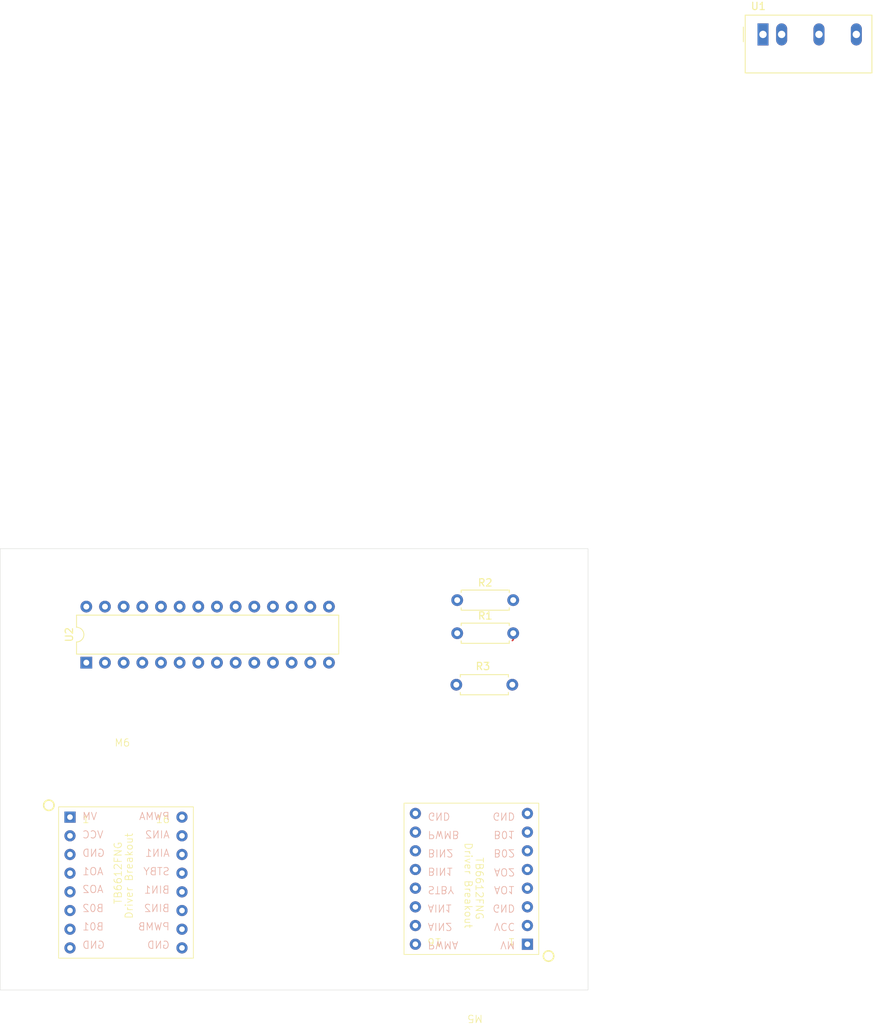
<source format=kicad_pcb>
(kicad_pcb (version 20240108) (generator "pcbnew") (generator_version "8.0")
  (layers (0 "F.Cu" signal) (31 "B.Cu" signal) (34 "B.Paste" user) (35 "F.Paste" user) (36 "B.SilkS" user "B.Silkscreen") (37 "F.SilkS" user "F.Silkscreen") (38 "B.Mask" user) (39 "F.Mask" user) (44 "Edge.Cuts" user))
  (net 0 "")
  (net 1 "Net-(M2--)")
  (net 2 "VCC2")
  (net 3 "Net-(M5-BIN1)")
  (net 4 "Net-(U2-~{RESET})")
  (net 5 "GND")
  (net 6 "VM")
  (net 7 "VCC1")
  (net 13 "Net-(M1-+)")
  (net 15 "Net-(M5-BIN2)")
  (net 16 "Net-(M5-~{STBY})")
  (net 19 "Net-(M5-AIN2)")
  (net 21 "Net-(M1--)")
  (net 23 "Net-(M2-+)")
  (net 25 "Net-(M5-AIN1)")
  (net 30 "Net-(M6-BIN1)")
  (net 31 "Net-(M4-+)")
  (net 32 "Net-(M3--)")
  (net 34 "Net-(M6-AIN1)")
  (net 35 "Net-(M6-~{STBY})")
  (net 37 "Net-(M6-BIN2)")
  (net 38 "Net-(M4--)")
  (net 39 "Net-(M6-AIN2)")
  (net 40 "Net-(M3-+)")
  (footprint "Resistor_THT:R_Axial_DIN0207_L6.3mm_D2.5mm_P7.62mm_Horizontal" (layer "F.Cu") (at 113.69 107.5)
    (property "Reference" "R2" (at 3.81 -2.37 0) (layer "F.SilkS"))
    (property "Value" "10K" (hide yes))
    (fp_line (start 0.54 -1.37) (end 7.08 -1.37) (stroke (width 0.12)) (layer "F.SilkS"))
    (fp_line (start 0.54 -1.04) (end 0.54 -1.37) (stroke (width 0.12)) (layer "F.SilkS"))
    (fp_line (start 0.54 1.04) (end 0.54 1.37) (stroke (width 0.12)) (layer "F.SilkS"))
    (fp_line (start 0.54 1.37) (end 7.08 1.37) (stroke (width 0.12)) (layer "F.SilkS"))
    (fp_line (start 7.08 -1.37) (end 7.08 -1.04) (stroke (width 0.12)) (layer "F.SilkS"))
    (fp_line (start 7.08 1.37) (end 7.08 1.04) (stroke (width 0.12)) (layer "F.SilkS"))
    (pad "1" thru_hole circle (at 0 0) (size 1.6 1.6) (drill 0.8) (layers "*.Cu" "*.Mask") (net 35 "Net-(M6-~{STBY})"))
    (pad "2" thru_hole oval (at 7.62 0) (size 1.6 1.6) (drill 0.8) (layers "*.Cu" "*.Mask") (net 2 "VCC2"))
  )
  (footprint "Converter_DCDC:Converter_DCDC_TRACO_TMR-1-xxxx_Single_THT" (layer "F.Cu") (at 155.3 30.59)
    (property "Reference" "U1" (at -0.63 -3.83 0) (layer "F.SilkS"))
    (property "Value" "TMR_1-2415")
    (fp_line (start -2.67 -1) (end -2.67 1) (stroke (width 0.12)) (layer "F.SilkS"))
    (fp_line (start -2.42 -2.62) (end 14.82 -2.62) (stroke (width 0.12)) (layer "F.SilkS"))
    (fp_line (start -2.42 5.24) (end -2.42 -2.62) (stroke (width 0.12)) (layer "F.SilkS"))
    (fp_line (start 14.82 -2.62) (end 14.82 5.24) (stroke (width 0.12)) (layer "F.SilkS"))
    (fp_line (start 14.82 5.24) (end -2.42 5.24) (stroke (width 0.12)) (layer "F.SilkS"))
    (pad "1" thru_hole rect (at 0 0) (size 1.5 3) (drill 1) (layers "*.Cu" "*.Mask") (net 5 "GND"))
    (pad "2" thru_hole oval (at 2.54 0) (size 1.5 3) (drill 1) (layers "*.Cu" "*.Mask") (net 6 "VM"))
    (pad "4" thru_hole oval (at 7.62 0) (size 1.5 3) (drill 1) (layers "*.Cu" "*.Mask") (net 7 "VCC1"))
    (pad "6" thru_hole oval (at 12.7 0) (size 1.5 3) (drill 1) (layers "*.Cu" "*.Mask") (net 5 "GND"))
  )
  (footprint "Custom_Library:TB6612FNG_Breakout" (layer "F.Cu") (at 116.12 146.89 180)
    (property "Reference" "M5" (at 0 -17.5 180) (layer "F.SilkS") (effects (font (thickness 0.1))))
    (property "Value" "~")
    (fp_rect (start -8.6694 -8.787) (end 9.6694 11.787) (stroke (width 0.1)) (fill none) (layer "F.SilkS"))
    (fp_circle (center -10 -9) (end -10.5 -8.5) (stroke (width 0.2032)) (fill none) (layer "F.SilkS"))
    (fp_text user "BIN2" (at 6.5 5 180) (layer "B.SilkS") (effects (font (thickness 0.1)) (justify left mirror)))
    (fp_text user "AO1" (at -5.5 0 180) (layer "B.SilkS") (effects (font (thickness 0.1)) (justify right mirror)))
    (fp_text user "GND" (at 6.5 10 180) (layer "B.SilkS") (effects (font (thickness 0.1)) (justify left mirror)))
    (fp_text user "B01" (at -5.5 7.5 180) (layer "B.SilkS") (effects (font (thickness 0.1)) (justify right mirror)))
    (fp_text user "GND" (at -5.5 10 180) (layer "B.SilkS") (effects (font (thickness 0.1)) (justify right mirror)))
    (fp_text user "VCC" (at -5.5 -5 180) (layer "B.SilkS") (effects (font (thickness 0.1)) (justify right mirror)))
    (fp_text user "AIN1" (at 6.5 -2.5 180) (layer "B.SilkS") (effects (font (thickness 0.1)) (justify left mirror)))
    (fp_text user "BIN1" (at 6.5 2.5 180) (layer "B.SilkS") (effects (font (thickness 0.1)) (justify left mirror)))
    (fp_text user "AIN2" (at 6.5 -5 180) (layer "B.SilkS") (effects (font (thickness 0.1)) (justify left mirror)))
    (fp_text user "AO2" (at -5.5 3 180) (layer "B.SilkS") (effects (font (thickness 0.1)) (justify right bottom mirror)))
    (fp_text user "VM" (at -5.5 -7.5 180) (layer "B.SilkS") (effects (font (thickness 0.1)) (justify right mirror)))
    (fp_text user "STBY" (at 6.5 0 180) (layer "B.SilkS") (effects (font (thickness 0.1)) (justify left mirror)))
    (fp_text user "PWMB" (at 6.5 7.5 180) (layer "B.SilkS") (effects (font (thickness 0.1)) (justify left mirror)))
    (fp_text user "GND" (at -5.5 -2.5 180) (layer "B.SilkS") (effects (font (thickness 0.1)) (justify right mirror)))
    (fp_text user "B02" (at -5.5 5 180) (layer "B.SilkS") (effects (font (thickness 0.1)) (justify right mirror)))
    (fp_text user "PWMA" (at 6.5 -7.5 180) (layer "B.SilkS") (effects (font (thickness 0.1)) (justify left mirror)))
    (fp_text user "Driver Breakout" (at 1.5 6.5 -90) (layer "F.SilkS") (effects (font (thickness 0.1)) (justify left bottom)))
    (fp_text user "1" (at -5.5 -6.5 180) (layer "F.SilkS") (effects (font (thickness 0.1)) (justify left bottom)))
    (fp_text user "16" (at 4.5 -6.5 180) (layer "F.SilkS") (effects (font (thickness 0.1)) (justify left bottom)))
    (fp_text user "TB6612FNG" (at 0 4.5 -90) (layer "F.SilkS") (effects (font (thickness 0.1)) (justify left bottom)))
    (pad "1" thru_hole rect (at -7.12 -7.39 90) (size 1.524 1.524) (drill 0.762) (layers "*.Cu" "*.Mask") (net 6 "VM"))
    (pad "2" thru_hole circle (at -7.12 -4.85 90) (size 1.524 1.524) (drill 0.762) (layers "*.Cu" "*.Mask") (net 2 "VCC2"))
    (pad "3" thru_hole circle (at -7.12 -2.31 90) (size 1.524 1.524) (drill 0.762) (layers "*.Cu" "*.Mask") (net 5 "GND"))
    (pad "4" thru_hole circle (at -7.12 0.23 90) (size 1.524 1.524) (drill 0.762) (layers "*.Cu" "*.Mask") (net 13 "Net-(M1-+)"))
    (pad "5" thru_hole circle (at -7.12 2.77 90) (size 1.524 1.524) (drill 0.762) (layers "*.Cu" "*.Mask") (net 21 "Net-(M1--)"))
    (pad "6" thru_hole circle (at -7.12 5.31 90) (size 1.524 1.524) (drill 0.762) (layers "*.Cu" "*.Mask") (net 23 "Net-(M2-+)"))
    (pad "7" thru_hole circle (at -7.12 7.85 90) (size 1.524 1.524) (drill 0.762) (layers "*.Cu" "*.Mask") (net 1 "Net-(M2--)"))
    (pad "8" thru_hole circle (at -7.12 10.39 90) (size 1.524 1.524) (drill 0.762) (layers "*.Cu" "*.Mask") (net 5 "GND"))
    (pad "9" thru_hole circle (at 8.12 10.39 90) (size 1.524 1.524) (drill 0.762) (layers "*.Cu" "*.Mask"))
    (pad "10" thru_hole circle (at 8.12 7.85 90) (size 1.524 1.524) (drill 0.762) (layers "*.Cu" "*.Mask"))
    (pad "11" thru_hole circle (at 8.12 5.31 90) (size 1.524 1.524) (drill 0.762) (layers "*.Cu" "*.Mask") (net 15 "Net-(M5-BIN2)"))
    (pad "12" thru_hole circle (at 8.12 2.77 90) (size 1.524 1.524) (drill 0.762) (layers "*.Cu" "*.Mask") (net 3 "Net-(M5-BIN1)"))
    (pad "13" thru_hole circle (at 8.12 0.23 90) (size 1.524 1.524) (drill 0.762) (layers "*.Cu" "*.Mask") (net 16 "Net-(M5-~{STBY})"))
    (pad "14" thru_hole circle (at 8.12 -2.31 90) (size 1.524 1.524) (drill 0.762) (layers "*.Cu" "*.Mask") (net 25 "Net-(M5-AIN1)"))
    (pad "15" thru_hole circle (at 8.12 -4.85 90) (size 1.524 1.524) (drill 0.762) (layers "*.Cu" "*.Mask") (net 19 "Net-(M5-AIN2)"))
    (pad "16" thru_hole circle (at 8.12 -7.39 90) (size 1.524 1.524) (drill 0.762) (layers "*.Cu" "*.Mask"))
  )
  (footprint "Package_DIP:DIP-28_W7.62mm" (layer "F.Cu") (at 63.22 116 90)
    (property "Reference" "U2" (at 3.81 -2.33 90) (layer "F.SilkS"))
    (property "Value" "MCP23017_SP")
    (fp_line (start 6.46 -1.33) (end 4.81 -1.33) (stroke (width 0.12)) (layer "F.SilkS"))
    (fp_line (start 2.81 -1.33) (end 1.16 -1.33) (stroke (width 0.12)) (layer "F.SilkS"))
    (fp_line (start 1.16 -1.33) (end 1.16 34.35) (stroke (width 0.12)) (layer "F.SilkS"))
    (fp_line (start 6.46 34.35) (end 6.46 -1.33) (stroke (width 0.12)) (layer "F.SilkS"))
    (fp_line (start 1.16 34.35) (end 6.46 34.35) (stroke (width 0.12)) (layer "F.SilkS"))
    (fp_arc (start 4.81 -1.33) (mid 3.81 -0.33) (end 2.81 -1.33) (stroke (width 0.12)) (layer "F.SilkS"))
    (pad "1" thru_hole rect (at 0 0 90) (size 1.6 1.6) (drill 0.8) (layers "*.Cu" "*.Mask") (net 19 "Net-(M5-AIN2)"))
    (pad "2" thru_hole oval (at 0 2.54 90) (size 1.6 1.6) (drill 0.8) (layers "*.Cu" "*.Mask") (net 25 "Net-(M5-AIN1)"))
    (pad "3" thru_hole oval (at 0 5.08 90) (size 1.6 1.6) (drill 0.8) (layers "*.Cu" "*.Mask") (net 3 "Net-(M5-BIN1)"))
    (pad "4" thru_hole oval (at 0 7.62 90) (size 1.6 1.6) (drill 0.8) (layers "*.Cu" "*.Mask") (net 15 "Net-(M5-BIN2)"))
    (pad "5" thru_hole oval (at 0 10.16 90) (size 1.6 1.6) (drill 0.8) (layers "*.Cu" "*.Mask") (net 39 "Net-(M6-AIN2)"))
    (pad "6" thru_hole oval (at 0 12.7 90) (size 1.6 1.6) (drill 0.8) (layers "*.Cu" "*.Mask") (net 34 "Net-(M6-AIN1)"))
    (pad "7" thru_hole oval (at 0 15.24 90) (size 1.6 1.6) (drill 0.8) (layers "*.Cu" "*.Mask") (net 30 "Net-(M6-BIN1)"))
    (pad "8" thru_hole oval (at 0 17.78 90) (size 1.6 1.6) (drill 0.8) (layers "*.Cu" "*.Mask") (net 37 "Net-(M6-BIN2)"))
    (pad "9" thru_hole oval (at 0 20.32 90) (size 1.6 1.6) (drill 0.8) (layers "*.Cu" "*.Mask") (net 2 "VCC2"))
    (pad "10" thru_hole oval (at 0 22.86 90) (size 1.6 1.6) (drill 0.8) (layers "*.Cu" "*.Mask") (net 5 "GND"))
    (pad "11" thru_hole oval (at 0 25.4 90) (size 1.6 1.6) (drill 0.8) (layers "*.Cu" "*.Mask"))
    (pad "12" thru_hole oval (at 0 27.94 90) (size 1.6 1.6) (drill 0.8) (layers "*.Cu" "*.Mask"))
    (pad "13" thru_hole oval (at 0 30.48 90) (size 1.6 1.6) (drill 0.8) (layers "*.Cu" "*.Mask"))
    (pad "14" thru_hole oval (at 0 33.02 90) (size 1.6 1.6) (drill 0.8) (layers "*.Cu" "*.Mask"))
    (pad "15" thru_hole oval (at 7.62 33.02 90) (size 1.6 1.6) (drill 0.8) (layers "*.Cu" "*.Mask") (net 5 "GND"))
    (pad "16" thru_hole oval (at 7.62 30.48 90) (size 1.6 1.6) (drill 0.8) (layers "*.Cu" "*.Mask") (net 5 "GND"))
    (pad "17" thru_hole oval (at 7.62 27.94 90) (size 1.6 1.6) (drill 0.8) (layers "*.Cu" "*.Mask") (net 5 "GND"))
    (pad "18" thru_hole oval (at 7.62 25.4 90) (size 1.6 1.6) (drill 0.8) (layers "*.Cu" "*.Mask") (net 4 "Net-(U2-~{RESET})"))
    (pad "19" thru_hole oval (at 7.62 22.86 90) (size 1.6 1.6) (drill 0.8) (layers "*.Cu" "*.Mask"))
    (pad "20" thru_hole oval (at 7.62 20.32 90) (size 1.6 1.6) (drill 0.8) (layers "*.Cu" "*.Mask"))
    (pad "21" thru_hole oval (at 7.62 17.78 90) (size 1.6 1.6) (drill 0.8) (layers "*.Cu" "*.Mask") (net 16 "Net-(M5-~{STBY})"))
    (pad "22" thru_hole oval (at 7.62 15.24 90) (size 1.6 1.6) (drill 0.8) (layers "*.Cu" "*.Mask") (net 35 "Net-(M6-~{STBY})"))
    (pad "23" thru_hole oval (at 7.62 12.7 90) (size 1.6 1.6) (drill 0.8) (layers "*.Cu" "*.Mask"))
    (pad "24" thru_hole oval (at 7.62 10.16 90) (size 1.6 1.6) (drill 0.8) (layers "*.Cu" "*.Mask"))
    (pad "25" thru_hole oval (at 7.62 7.62 90) (size 1.6 1.6) (drill 0.8) (layers "*.Cu" "*.Mask"))
    (pad "26" thru_hole oval (at 7.62 5.08 90) (size 1.6 1.6) (drill 0.8) (layers "*.Cu" "*.Mask"))
    (pad "27" thru_hole oval (at 7.62 2.54 90) (size 1.6 1.6) (drill 0.8) (layers "*.Cu" "*.Mask"))
    (pad "28" thru_hole oval (at 7.62 0 90) (size 1.6 1.6) (drill 0.8) (layers "*.Cu" "*.Mask"))
  )
  (footprint "Resistor_THT:R_Axial_DIN0207_L6.3mm_D2.5mm_P7.62mm_Horizontal" (layer "F.Cu") (at 113.69 112)
    (property "Reference" "R1" (at 3.81 -2.37 0) (layer "F.SilkS"))
    (property "Value" "10K" (hide yes))
    (fp_line (start 0.54 -1.37) (end 7.08 -1.37) (stroke (width 0.12)) (layer "F.SilkS"))
    (fp_line (start 0.54 -1.04) (end 0.54 -1.37) (stroke (width 0.12)) (layer "F.SilkS"))
    (fp_line (start 0.54 1.04) (end 0.54 1.37) (stroke (width 0.12)) (layer "F.SilkS"))
    (fp_line (start 0.54 1.37) (end 7.08 1.37) (stroke (width 0.12)) (layer "F.SilkS"))
    (fp_line (start 7.08 -1.37) (end 7.08 -1.04) (stroke (width 0.12)) (layer "F.SilkS"))
    (fp_line (start 7.08 1.37) (end 7.08 1.04) (stroke (width 0.12)) (layer "F.SilkS"))
    (pad "1" thru_hole circle (at 0 0) (size 1.6 1.6) (drill 0.8) (layers "*.Cu" "*.Mask") (net 16 "Net-(M5-~{STBY})"))
    (pad "2" thru_hole oval (at 7.62 0) (size 1.6 1.6) (drill 0.8) (layers "*.Cu" "*.Mask") (net 2 "VCC2"))
  )
  (footprint "Custom_Library:TB6612FNG_Breakout" (layer "F.Cu") (at 68.12 144.39)
    (property "Reference" "M6" (at 0 -17.5 0) (layer "F.SilkS") (effects (font (thickness 0.1))))
    (property "Value" "~")
    (fp_rect (start -8.6694 -8.787) (end 9.6694 11.787) (stroke (width 0.1)) (fill none) (layer "F.SilkS"))
    (fp_circle (center -10 -9) (end -10.5 -8.5) (stroke (width 0.2032)) (fill none) (layer "F.SilkS"))
    (fp_text user "B02" (at -5.5 5 0) (layer "B.SilkS") (effects (font (thickness 0.1)) (justify right mirror)))
    (fp_text user "GND" (at -5.5 10 0) (layer "B.SilkS") (effects (font (thickness 0.1)) (justify right mirror)))
    (fp_text user "GND" (at 6.5 10 0) (layer "B.SilkS") (effects (font (thickness 0.1)) (justify left mirror)))
    (fp_text user "VCC" (at -5.5 -5 0) (layer "B.SilkS") (effects (font (thickness 0.1)) (justify right mirror)))
    (fp_text user "BIN2" (at 6.5 5 0) (layer "B.SilkS") (effects (font (thickness 0.1)) (justify left mirror)))
    (fp_text user "STBY" (at 6.5 0 0) (layer "B.SilkS") (effects (font (thickness 0.1)) (justify left mirror)))
    (fp_text user "VM" (at -5.5 -7.5 0) (layer "B.SilkS") (effects (font (thickness 0.1)) (justify right mirror)))
    (fp_text user "AIN2" (at 6.5 -5 0) (layer "B.SilkS") (effects (font (thickness 0.1)) (justify left mirror)))
    (fp_text user "AIN1" (at 6.5 -2.5 0) (layer "B.SilkS") (effects (font (thickness 0.1)) (justify left mirror)))
    (fp_text user "GND" (at -5.5 -2.5 0) (layer "B.SilkS") (effects (font (thickness 0.1)) (justify right mirror)))
    (fp_text user "B01" (at -5.5 7.5 0) (layer "B.SilkS") (effects (font (thickness 0.1)) (justify right mirror)))
    (fp_text user "PWMB" (at 6.5 7.5 0) (layer "B.SilkS") (effects (font (thickness 0.1)) (justify left mirror)))
    (fp_text user "BIN1" (at 6.5 2.5 0) (layer "B.SilkS") (effects (font (thickness 0.1)) (justify left mirror)))
    (fp_text user "AO1" (at -5.5 0 0) (layer "B.SilkS") (effects (font (thickness 0.1)) (justify right mirror)))
    (fp_text user "PWMA" (at 6.5 -7.5 0) (layer "B.SilkS") (effects (font (thickness 0.1)) (justify left mirror)))
    (fp_text user "AO2" (at -5.5 3 0) (layer "B.SilkS") (effects (font (thickness 0.1)) (justify right bottom mirror)))
    (fp_text user "TB6612FNG" (at 0 4.5 90) (layer "F.SilkS") (effects (font (thickness 0.1)) (justify left bottom)))
    (fp_text user "Driver Breakout" (at 1.5 6.5 90) (layer "F.SilkS") (effects (font (thickness 0.1)) (justify left bottom)))
    (fp_text user "16" (at 4.5 -6.5 0) (layer "F.SilkS") (effects (font (thickness 0.1)) (justify left bottom)))
    (fp_text user "1" (at -5.5 -6.5 0) (layer "F.SilkS") (effects (font (thickness 0.1)) (justify left bottom)))
    (pad "1" thru_hole rect (at -7.12 -7.39 270) (size 1.524 1.524) (drill 0.762) (layers "*.Cu" "*.Mask") (net 6 "VM"))
    (pad "2" thru_hole circle (at -7.12 -4.85 270) (size 1.524 1.524) (drill 0.762) (layers "*.Cu" "*.Mask") (net 2 "VCC2"))
    (pad "3" thru_hole circle (at -7.12 -2.31 270) (size 1.524 1.524) (drill 0.762) (layers "*.Cu" "*.Mask") (net 5 "GND"))
    (pad "4" thru_hole circle (at -7.12 0.23 270) (size 1.524 1.524) (drill 0.762) (layers "*.Cu" "*.Mask") (net 40 "Net-(M3-+)"))
    (pad "5" thru_hole circle (at -7.12 2.77 270) (size 1.524 1.524) (drill 0.762) (layers "*.Cu" "*.Mask") (net 32 "Net-(M3--)"))
    (pad "6" thru_hole circle (at -7.12 5.31 270) (size 1.524 1.524) (drill 0.762) (layers "*.Cu" "*.Mask") (net 31 "Net-(M4-+)"))
    (pad "7" thru_hole circle (at -7.12 7.85 270) (size 1.524 1.524) (drill 0.762) (layers "*.Cu" "*.Mask") (net 38 "Net-(M4--)"))
    (pad "8" thru_hole circle (at -7.12 10.39 270) (size 1.524 1.524) (drill 0.762) (layers "*.Cu" "*.Mask") (net 5 "GND"))
    (pad "9" thru_hole circle (at 8.12 10.39 270) (size 1.524 1.524) (drill 0.762) (layers "*.Cu" "*.Mask"))
    (pad "10" thru_hole circle (at 8.12 7.85 270) (size 1.524 1.524) (drill 0.762) (layers "*.Cu" "*.Mask"))
    (pad "11" thru_hole circle (at 8.12 5.31 270) (size 1.524 1.524) (drill 0.762) (layers "*.Cu" "*.Mask") (net 37 "Net-(M6-BIN2)"))
    (pad "12" thru_hole circle (at 8.12 2.77 270) (size 1.524 1.524) (drill 0.762) (layers "*.Cu" "*.Mask") (net 30 "Net-(M6-BIN1)"))
    (pad "13" thru_hole circle (at 8.12 0.23 270) (size 1.524 1.524) (drill 0.762) (layers "*.Cu" "*.Mask") (net 35 "Net-(M6-~{STBY})"))
    (pad "14" thru_hole circle (at 8.12 -2.31 270) (size 1.524 1.524) (drill 0.762) (layers "*.Cu" "*.Mask") (net 34 "Net-(M6-AIN1)"))
    (pad "15" thru_hole circle (at 8.12 -4.85 270) (size 1.524 1.524) (drill 0.762) (layers "*.Cu" "*.Mask") (net 39 "Net-(M6-AIN2)"))
    (pad "16" thru_hole circle (at 8.12 -7.39 270) (size 1.524 1.524) (drill 0.762) (layers "*.Cu" "*.Mask"))
  )
  (footprint "Resistor_THT:R_Axial_DIN0207_L6.3mm_D2.5mm_P7.62mm_Horizontal" (layer "F.Cu") (at 121.19 119 180)
    (property "Reference" "R3" (at 4 2.5 0) (layer "F.SilkS"))
    (property "Value" "10K" (hide yes))
    (fp_line (start 7.08 1.37) (end 7.08 1.04) (stroke (width 0.12)) (layer "F.SilkS"))
    (fp_line (start 7.08 -1.37) (end 7.08 -1.04) (stroke (width 0.12)) (layer "F.SilkS"))
    (fp_line (start 0.54 1.37) (end 7.08 1.37) (stroke (width 0.12)) (layer "F.SilkS"))
    (fp_line (start 0.54 1.04) (end 0.54 1.37) (stroke (width 0.12)) (layer "F.SilkS"))
    (fp_line (start 0.54 -1.04) (end 0.54 -1.37) (stroke (width 0.12)) (layer "F.SilkS"))
    (fp_line (start 0.54 -1.37) (end 7.08 -1.37) (stroke (width 0.12)) (layer "F.SilkS"))
    (pad "1" thru_hole circle (at 0 0 180) (size 1.6 1.6) (drill 0.8) (layers "*.Cu" "*.Mask") (net 2 "VCC2"))
    (pad "2" thru_hole oval (at 7.62 0 180) (size 1.6 1.6) (drill 0.8) (layers "*.Cu" "*.Mask") (net 4 "Net-(U2-~{RESET})"))
  )
  (gr_rect (start 51.5 100.5) (end 131.5 160.5) (stroke (width 0.05)) (fill none) (layer "Edge.Cuts"))
  (segment (start 121.31 112.88) (end 121.19 113) (width 0.2) (layer "F.Cu") (net 2))
  (segment (start 121.31 112) (end 121.31 112.88) (width 0.2) (layer "F.Cu") (net 2))
  (segment (start 113.3 118.73) (end 113.57 119) (width 0.2) (layer "F.Cu") (net 4))
  (segment (start 113.69 112) (end 113.19 112) (width 0.2) (layer "F.Cu") (net 16))
)
</source>
